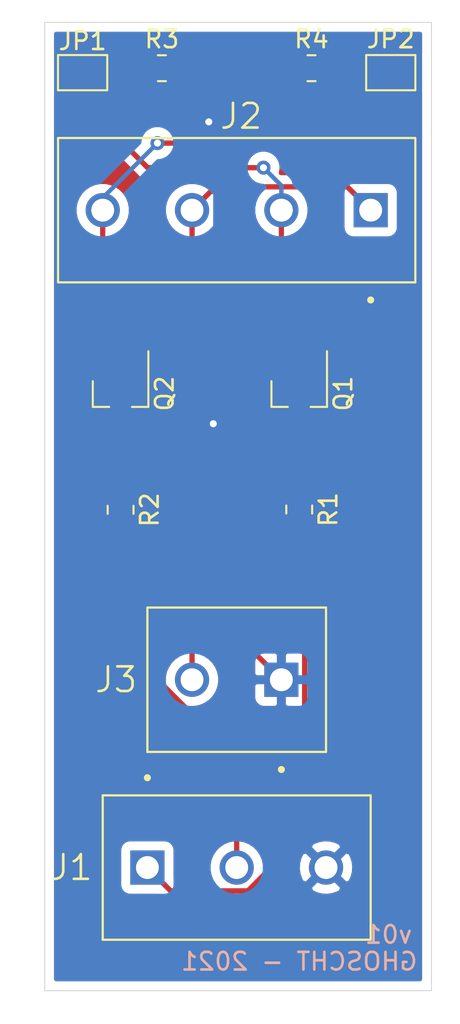
<source format=kicad_pcb>
(kicad_pcb (version 20171130) (host pcbnew "(5.1.10)-1")

  (general
    (thickness 1.6)
    (drawings 6)
    (tracks 48)
    (zones 0)
    (modules 11)
    (nets 11)
  )

  (page A4)
  (title_block
    (title "LED Module")
    (date 2021-08-19)
    (rev v01)
    (comment 4 "Author: GHOSCHT")
  )

  (layers
    (0 F.Cu signal)
    (31 B.Cu signal)
    (32 B.Adhes user)
    (33 F.Adhes user)
    (34 B.Paste user)
    (35 F.Paste user)
    (36 B.SilkS user)
    (37 F.SilkS user)
    (38 B.Mask user)
    (39 F.Mask user)
    (40 Dwgs.User user)
    (41 Cmts.User user)
    (42 Eco1.User user)
    (43 Eco2.User user)
    (44 Edge.Cuts user)
    (45 Margin user)
    (46 B.CrtYd user)
    (47 F.CrtYd user)
    (48 B.Fab user)
    (49 F.Fab user)
  )

  (setup
    (last_trace_width 0.25)
    (user_trace_width 0.3)
    (trace_clearance 0.2)
    (zone_clearance 0.508)
    (zone_45_only no)
    (trace_min 0.2)
    (via_size 0.8)
    (via_drill 0.4)
    (via_min_size 0.4)
    (via_min_drill 0.3)
    (uvia_size 0.3)
    (uvia_drill 0.1)
    (uvias_allowed no)
    (uvia_min_size 0.2)
    (uvia_min_drill 0.1)
    (edge_width 0.05)
    (segment_width 0.2)
    (pcb_text_width 0.3)
    (pcb_text_size 1.5 1.5)
    (mod_edge_width 0.12)
    (mod_text_size 1 1)
    (mod_text_width 0.15)
    (pad_size 1.524 1.524)
    (pad_drill 0.762)
    (pad_to_mask_clearance 0)
    (aux_axis_origin 0 0)
    (visible_elements 7FFFFFFF)
    (pcbplotparams
      (layerselection 0x010fc_ffffffff)
      (usegerberextensions true)
      (usegerberattributes true)
      (usegerberadvancedattributes true)
      (creategerberjobfile true)
      (excludeedgelayer true)
      (linewidth 0.100000)
      (plotframeref false)
      (viasonmask false)
      (mode 1)
      (useauxorigin false)
      (hpglpennumber 1)
      (hpglpenspeed 20)
      (hpglpendiameter 15.000000)
      (psnegative false)
      (psa4output false)
      (plotreference true)
      (plotvalue false)
      (plotinvisibletext false)
      (padsonsilk false)
      (subtractmaskfromsilk true)
      (outputformat 1)
      (mirror false)
      (drillshape 0)
      (scaleselection 1)
      (outputdirectory "Gerber/"))
  )

  (net 0 "")
  (net 1 "Net-(Q1-Pad1)")
  (net 2 "Net-(Q2-Pad1)")
  (net 3 SIG1)
  (net 4 SIG2)
  (net 5 GND)
  (net 6 VCC)
  (net 7 LED1N)
  (net 8 LED2N)
  (net 9 "Net-(JP1-Pad2)")
  (net 10 "Net-(JP2-Pad2)")

  (net_class Default "This is the default net class."
    (clearance 0.2)
    (trace_width 0.25)
    (via_dia 0.8)
    (via_drill 0.4)
    (uvia_dia 0.3)
    (uvia_drill 0.1)
    (add_net GND)
    (add_net LED1N)
    (add_net LED2N)
    (add_net "Net-(JP1-Pad2)")
    (add_net "Net-(JP2-Pad2)")
    (add_net "Net-(Q1-Pad1)")
    (add_net "Net-(Q2-Pad1)")
    (add_net SIG1)
    (add_net SIG2)
    (add_net VCC)
  )

  (module CUI_TB006-508-03BE:CUI_TB006-508-03BE (layer F.Cu) (tedit 6113F46A) (tstamp 611C5DC1)
    (at 142.494 94.742)
    (path /611C0292)
    (fp_text reference J1 (at -4.318 0) (layer F.SilkS)
      (effects (font (size 1.4 1.4) (thickness 0.15)))
    )
    (fp_text value Screw_Terminal_01x03 (at 4.826 5.842) (layer F.Fab)
      (effects (font (size 1.4 1.4) (thickness 0.15)))
    )
    (fp_line (start -2.54 4.1) (end -2.54 -4.1) (layer F.Fab) (width 0.127))
    (fp_line (start -2.54 -4.1) (end 12.7 -4.1) (layer F.Fab) (width 0.127))
    (fp_line (start 12.7 -4.1) (end 12.7 4.1) (layer F.Fab) (width 0.127))
    (fp_line (start 12.7 4.1) (end -2.54 4.1) (layer F.Fab) (width 0.127))
    (fp_line (start -2.54 4.1) (end -2.54 -4.1) (layer F.SilkS) (width 0.127))
    (fp_line (start 12.7 -4.1) (end 12.7 4.1) (layer F.SilkS) (width 0.127))
    (fp_line (start -2.54 -4.1) (end 12.7 -4.1) (layer F.SilkS) (width 0.127))
    (fp_line (start 12.7 4.1) (end -2.54 4.1) (layer F.SilkS) (width 0.127))
    (fp_line (start -2.79 -4.35) (end 12.95 -4.35) (layer F.CrtYd) (width 0.05))
    (fp_line (start 12.95 4.35) (end -2.79 4.35) (layer F.CrtYd) (width 0.05))
    (fp_line (start -2.79 4.35) (end -2.79 -4.35) (layer F.CrtYd) (width 0.05))
    (fp_line (start 12.95 -4.35) (end 12.95 4.35) (layer F.CrtYd) (width 0.05))
    (fp_circle (center 0 -5.1) (end 0.1 -5.1) (layer F.SilkS) (width 0.2))
    (fp_circle (center 0 -5.1) (end 0.1 -5.1) (layer F.Fab) (width 0.2))
    (pad 1 thru_hole rect (at 0 0) (size 1.95 1.95) (drill 1.3) (layers *.Cu *.Mask)
      (net 3 SIG1))
    (pad 2 thru_hole circle (at 5.08 0) (size 1.95 1.95) (drill 1.3) (layers *.Cu *.Mask)
      (net 4 SIG2))
    (pad 3 thru_hole circle (at 10.16 0) (size 1.95 1.95) (drill 1.3) (layers *.Cu *.Mask)
      (net 5 GND))
    (model ${KIPRJMOD}/Libraries/CUI_TB006-508-03BE.models/TB006-508-03BE.step
      (at (xyz 0 0 0))
      (scale (xyz 1 1 1))
      (rotate (xyz -90 0 0))
    )
  )

  (module CUI_TB006-508-04BE:CUI_TB006-508-04BE (layer F.Cu) (tedit 611C0388) (tstamp 611C611E)
    (at 155.194 57.404 180)
    (path /611C148E)
    (fp_text reference J2 (at 7.366 5.334) (layer F.SilkS)
      (effects (font (size 1.4 1.4) (thickness 0.15)))
    )
    (fp_text value Screw_Terminal_01x04 (at 7.62 -5.08) (layer F.Fab)
      (effects (font (size 1.4 1.4) (thickness 0.15)))
    )
    (fp_circle (center 0 -5.1) (end 0.1 -5.1) (layer F.Fab) (width 0.2))
    (fp_circle (center 0 -5.1) (end 0.1 -5.1) (layer F.SilkS) (width 0.2))
    (fp_line (start 18.03 -4.35) (end 18.03 4.35) (layer F.CrtYd) (width 0.05))
    (fp_line (start -2.79 4.35) (end -2.79 -4.35) (layer F.CrtYd) (width 0.05))
    (fp_line (start 18.03 4.35) (end -2.79 4.35) (layer F.CrtYd) (width 0.05))
    (fp_line (start -2.79 -4.35) (end 18.03 -4.35) (layer F.CrtYd) (width 0.05))
    (fp_line (start 17.78 4.1) (end -2.54 4.1) (layer F.SilkS) (width 0.127))
    (fp_line (start -2.54 -4.1) (end 17.78 -4.1) (layer F.SilkS) (width 0.127))
    (fp_line (start 17.78 -4.1) (end 17.78 4.1) (layer F.SilkS) (width 0.127))
    (fp_line (start -2.54 4.1) (end -2.54 -4.1) (layer F.SilkS) (width 0.127))
    (fp_line (start 17.78 4.1) (end -2.54 4.1) (layer F.Fab) (width 0.127))
    (fp_line (start 17.78 -4.1) (end 17.78 4.1) (layer F.Fab) (width 0.127))
    (fp_line (start -2.54 -4.1) (end 17.78 -4.1) (layer F.Fab) (width 0.127))
    (fp_line (start -2.54 4.1) (end -2.54 -4.1) (layer F.Fab) (width 0.127))
    (pad 1 thru_hole rect (at 0 0 180) (size 1.95 1.95) (drill 1.3) (layers *.Cu *.Mask)
      (net 6 VCC))
    (pad 2 thru_hole circle (at 5.08 0 180) (size 1.95 1.95) (drill 1.3) (layers *.Cu *.Mask)
      (net 7 LED1N))
    (pad 3 thru_hole circle (at 10.16 0 180) (size 1.95 1.95) (drill 1.3) (layers *.Cu *.Mask)
      (net 6 VCC))
    (pad 4 thru_hole circle (at 15.24 0 180) (size 1.95 1.95) (drill 1.3) (layers *.Cu *.Mask)
      (net 8 LED2N))
    (model ${KIPRJMOD}/Libraries/CUI_TB006-508-04BE.models/CUI_DEVICES_TB006-508-04BE.step
      (offset (xyz 20.4 4 0))
      (scale (xyz 1 1 1))
      (rotate (xyz -90 0 90))
    )
  )

  (module Package_TO_SOT_SMD:SOT-23_Handsoldering (layer F.Cu) (tedit 5A0AB76C) (tstamp 611C6428)
    (at 151.13 67.818 270)
    (descr "SOT-23, Handsoldering")
    (tags SOT-23)
    (path /611C28DF)
    (attr smd)
    (fp_text reference Q1 (at 0 -2.5 90) (layer F.SilkS)
      (effects (font (size 1 1) (thickness 0.15)))
    )
    (fp_text value Q_NPN_BCE (at 0 2.5 90) (layer F.Fab)
      (effects (font (size 1 1) (thickness 0.15)))
    )
    (fp_line (start 0.76 1.58) (end -0.7 1.58) (layer F.SilkS) (width 0.12))
    (fp_line (start -0.7 1.52) (end 0.7 1.52) (layer F.Fab) (width 0.1))
    (fp_line (start 0.7 -1.52) (end 0.7 1.52) (layer F.Fab) (width 0.1))
    (fp_line (start -0.7 -0.95) (end -0.15 -1.52) (layer F.Fab) (width 0.1))
    (fp_line (start -0.15 -1.52) (end 0.7 -1.52) (layer F.Fab) (width 0.1))
    (fp_line (start -0.7 -0.95) (end -0.7 1.5) (layer F.Fab) (width 0.1))
    (fp_line (start 0.76 -1.58) (end -2.4 -1.58) (layer F.SilkS) (width 0.12))
    (fp_line (start -2.7 1.75) (end -2.7 -1.75) (layer F.CrtYd) (width 0.05))
    (fp_line (start 2.7 1.75) (end -2.7 1.75) (layer F.CrtYd) (width 0.05))
    (fp_line (start 2.7 -1.75) (end 2.7 1.75) (layer F.CrtYd) (width 0.05))
    (fp_line (start -2.7 -1.75) (end 2.7 -1.75) (layer F.CrtYd) (width 0.05))
    (fp_line (start 0.76 -1.58) (end 0.76 -0.65) (layer F.SilkS) (width 0.12))
    (fp_line (start 0.76 1.58) (end 0.76 0.65) (layer F.SilkS) (width 0.12))
    (fp_text user %R (at 0 0) (layer F.Fab)
      (effects (font (size 0.5 0.5) (thickness 0.075)))
    )
    (pad 1 smd rect (at -1.5 -0.95 270) (size 1.9 0.8) (layers F.Cu F.Paste F.Mask)
      (net 1 "Net-(Q1-Pad1)"))
    (pad 2 smd rect (at -1.5 0.95 270) (size 1.9 0.8) (layers F.Cu F.Paste F.Mask)
      (net 7 LED1N))
    (pad 3 smd rect (at 1.5 0 270) (size 1.9 0.8) (layers F.Cu F.Paste F.Mask)
      (net 5 GND))
    (model ${KISYS3DMOD}/Package_TO_SOT_SMD.3dshapes/SOT-23.wrl
      (at (xyz 0 0 0))
      (scale (xyz 1 1 1))
      (rotate (xyz 0 0 0))
    )
  )

  (module Package_TO_SOT_SMD:SOT-23_Handsoldering (layer F.Cu) (tedit 5A0AB76C) (tstamp 611C643D)
    (at 140.97 67.818 270)
    (descr "SOT-23, Handsoldering")
    (tags SOT-23)
    (path /611C3B1E)
    (attr smd)
    (fp_text reference Q2 (at 0 -2.5 90) (layer F.SilkS)
      (effects (font (size 1 1) (thickness 0.15)))
    )
    (fp_text value Q_NPN_BCE (at 0 2.5 90) (layer F.Fab)
      (effects (font (size 1 1) (thickness 0.15)))
    )
    (fp_line (start 0.76 1.58) (end 0.76 0.65) (layer F.SilkS) (width 0.12))
    (fp_line (start 0.76 -1.58) (end 0.76 -0.65) (layer F.SilkS) (width 0.12))
    (fp_line (start -2.7 -1.75) (end 2.7 -1.75) (layer F.CrtYd) (width 0.05))
    (fp_line (start 2.7 -1.75) (end 2.7 1.75) (layer F.CrtYd) (width 0.05))
    (fp_line (start 2.7 1.75) (end -2.7 1.75) (layer F.CrtYd) (width 0.05))
    (fp_line (start -2.7 1.75) (end -2.7 -1.75) (layer F.CrtYd) (width 0.05))
    (fp_line (start 0.76 -1.58) (end -2.4 -1.58) (layer F.SilkS) (width 0.12))
    (fp_line (start -0.7 -0.95) (end -0.7 1.5) (layer F.Fab) (width 0.1))
    (fp_line (start -0.15 -1.52) (end 0.7 -1.52) (layer F.Fab) (width 0.1))
    (fp_line (start -0.7 -0.95) (end -0.15 -1.52) (layer F.Fab) (width 0.1))
    (fp_line (start 0.7 -1.52) (end 0.7 1.52) (layer F.Fab) (width 0.1))
    (fp_line (start -0.7 1.52) (end 0.7 1.52) (layer F.Fab) (width 0.1))
    (fp_line (start 0.76 1.58) (end -0.7 1.58) (layer F.SilkS) (width 0.12))
    (fp_text user %R (at 0 0) (layer F.Fab)
      (effects (font (size 0.5 0.5) (thickness 0.075)))
    )
    (pad 3 smd rect (at 1.5 0 270) (size 1.9 0.8) (layers F.Cu F.Paste F.Mask)
      (net 5 GND))
    (pad 2 smd rect (at -1.5 0.95 270) (size 1.9 0.8) (layers F.Cu F.Paste F.Mask)
      (net 8 LED2N))
    (pad 1 smd rect (at -1.5 -0.95 270) (size 1.9 0.8) (layers F.Cu F.Paste F.Mask)
      (net 2 "Net-(Q2-Pad1)"))
    (model ${KISYS3DMOD}/Package_TO_SOT_SMD.3dshapes/SOT-23.wrl
      (at (xyz 0 0 0))
      (scale (xyz 1 1 1))
      (rotate (xyz 0 0 0))
    )
  )

  (module CUI_TB006-508-02BE:CUI_TB006-508-02BE (layer F.Cu) (tedit 611C079C) (tstamp 611C65CD)
    (at 150.114 84.074 180)
    (path /611DE627)
    (fp_text reference J3 (at 9.398 0) (layer F.SilkS)
      (effects (font (size 1.4 1.4) (thickness 0.15)))
    )
    (fp_text value Screw_Terminal_01x02 (at 2.54 5.334) (layer F.Fab)
      (effects (font (size 1.4 1.4) (thickness 0.15)))
    )
    (fp_line (start -2.54 4.1) (end -2.54 -4.1) (layer F.Fab) (width 0.127))
    (fp_line (start -2.54 -4.1) (end 7.62 -4.1) (layer F.Fab) (width 0.127))
    (fp_line (start 7.62 -4.1) (end 7.62 4.1) (layer F.Fab) (width 0.127))
    (fp_line (start 7.62 4.1) (end -2.54 4.1) (layer F.Fab) (width 0.127))
    (fp_line (start -2.54 4.1) (end -2.54 -4.1) (layer F.SilkS) (width 0.127))
    (fp_line (start 7.62 -4.1) (end 7.62 4.1) (layer F.SilkS) (width 0.127))
    (fp_line (start -2.54 -4.1) (end 7.62 -4.1) (layer F.SilkS) (width 0.127))
    (fp_line (start 7.62 4.1) (end -2.54 4.1) (layer F.SilkS) (width 0.127))
    (fp_line (start -2.79 -4.35) (end 7.87 -4.35) (layer F.CrtYd) (width 0.05))
    (fp_line (start 7.87 4.35) (end -2.79 4.35) (layer F.CrtYd) (width 0.05))
    (fp_line (start -2.79 4.35) (end -2.79 -4.35) (layer F.CrtYd) (width 0.05))
    (fp_line (start 7.87 -4.35) (end 7.87 4.35) (layer F.CrtYd) (width 0.05))
    (fp_circle (center 0 -5.1) (end 0.1 -5.1) (layer F.SilkS) (width 0.2))
    (fp_circle (center 0 -5.1) (end 0.1 -5.1) (layer F.Fab) (width 0.2))
    (pad 1 thru_hole rect (at 0 0 180) (size 1.95 1.95) (drill 1.3) (layers *.Cu *.Mask)
      (net 5 GND))
    (pad 2 thru_hole circle (at 5.08 0 180) (size 1.95 1.95) (drill 1.3) (layers *.Cu *.Mask)
      (net 6 VCC))
    (model ${KIPRJMOD}/Libraries/CUI_TB006-508-02BE.models/CUI_DEVICES_TB006-508-02BE.step
      (offset (xyz 10.15 4.1 0))
      (scale (xyz 1 1 1))
      (rotate (xyz -90 0 90))
    )
  )

  (module Resistor_SMD:R_0805_2012Metric_Pad1.20x1.40mm_HandSolder (layer F.Cu) (tedit 5F68FEEE) (tstamp 611F11E0)
    (at 151.13 74.406 270)
    (descr "Resistor SMD 0805 (2012 Metric), square (rectangular) end terminal, IPC_7351 nominal with elongated pad for handsoldering. (Body size source: IPC-SM-782 page 72, https://www.pcb-3d.com/wordpress/wp-content/uploads/ipc-sm-782a_amendment_1_and_2.pdf), generated with kicad-footprint-generator")
    (tags "resistor handsolder")
    (path /611DFF5B)
    (attr smd)
    (fp_text reference R1 (at 0 -1.65 90) (layer F.SilkS)
      (effects (font (size 1 1) (thickness 0.15)))
    )
    (fp_text value 470 (at 0 1.65 90) (layer F.Fab)
      (effects (font (size 1 1) (thickness 0.15)))
    )
    (fp_line (start -1 0.625) (end -1 -0.625) (layer F.Fab) (width 0.1))
    (fp_line (start -1 -0.625) (end 1 -0.625) (layer F.Fab) (width 0.1))
    (fp_line (start 1 -0.625) (end 1 0.625) (layer F.Fab) (width 0.1))
    (fp_line (start 1 0.625) (end -1 0.625) (layer F.Fab) (width 0.1))
    (fp_line (start -0.227064 -0.735) (end 0.227064 -0.735) (layer F.SilkS) (width 0.12))
    (fp_line (start -0.227064 0.735) (end 0.227064 0.735) (layer F.SilkS) (width 0.12))
    (fp_line (start -1.85 0.95) (end -1.85 -0.95) (layer F.CrtYd) (width 0.05))
    (fp_line (start -1.85 -0.95) (end 1.85 -0.95) (layer F.CrtYd) (width 0.05))
    (fp_line (start 1.85 -0.95) (end 1.85 0.95) (layer F.CrtYd) (width 0.05))
    (fp_line (start 1.85 0.95) (end -1.85 0.95) (layer F.CrtYd) (width 0.05))
    (fp_text user %R (at 0 0 90) (layer F.Fab)
      (effects (font (size 0.5 0.5) (thickness 0.08)))
    )
    (pad 1 smd roundrect (at -1 0 270) (size 1.2 1.4) (layers F.Cu F.Paste F.Mask) (roundrect_rratio 0.2083325)
      (net 1 "Net-(Q1-Pad1)"))
    (pad 2 smd roundrect (at 1 0 270) (size 1.2 1.4) (layers F.Cu F.Paste F.Mask) (roundrect_rratio 0.2083325)
      (net 3 SIG1))
    (model ${KISYS3DMOD}/Resistor_SMD.3dshapes/R_0805_2012Metric.wrl
      (at (xyz 0 0 0))
      (scale (xyz 1 1 1))
      (rotate (xyz 0 0 0))
    )
  )

  (module Resistor_SMD:R_0805_2012Metric_Pad1.20x1.40mm_HandSolder (layer F.Cu) (tedit 5F68FEEE) (tstamp 611C65EF)
    (at 140.97 74.422 270)
    (descr "Resistor SMD 0805 (2012 Metric), square (rectangular) end terminal, IPC_7351 nominal with elongated pad for handsoldering. (Body size source: IPC-SM-782 page 72, https://www.pcb-3d.com/wordpress/wp-content/uploads/ipc-sm-782a_amendment_1_and_2.pdf), generated with kicad-footprint-generator")
    (tags "resistor handsolder")
    (path /611E2082)
    (attr smd)
    (fp_text reference R2 (at 0 -1.65 90) (layer F.SilkS)
      (effects (font (size 1 1) (thickness 0.15)))
    )
    (fp_text value 470 (at 0 1.65 90) (layer F.Fab)
      (effects (font (size 1 1) (thickness 0.15)))
    )
    (fp_line (start 1.85 0.95) (end -1.85 0.95) (layer F.CrtYd) (width 0.05))
    (fp_line (start 1.85 -0.95) (end 1.85 0.95) (layer F.CrtYd) (width 0.05))
    (fp_line (start -1.85 -0.95) (end 1.85 -0.95) (layer F.CrtYd) (width 0.05))
    (fp_line (start -1.85 0.95) (end -1.85 -0.95) (layer F.CrtYd) (width 0.05))
    (fp_line (start -0.227064 0.735) (end 0.227064 0.735) (layer F.SilkS) (width 0.12))
    (fp_line (start -0.227064 -0.735) (end 0.227064 -0.735) (layer F.SilkS) (width 0.12))
    (fp_line (start 1 0.625) (end -1 0.625) (layer F.Fab) (width 0.1))
    (fp_line (start 1 -0.625) (end 1 0.625) (layer F.Fab) (width 0.1))
    (fp_line (start -1 -0.625) (end 1 -0.625) (layer F.Fab) (width 0.1))
    (fp_line (start -1 0.625) (end -1 -0.625) (layer F.Fab) (width 0.1))
    (fp_text user %R (at 0 0 90) (layer F.Fab)
      (effects (font (size 0.5 0.5) (thickness 0.08)))
    )
    (pad 2 smd roundrect (at 1 0 270) (size 1.2 1.4) (layers F.Cu F.Paste F.Mask) (roundrect_rratio 0.2083325)
      (net 4 SIG2))
    (pad 1 smd roundrect (at -1 0 270) (size 1.2 1.4) (layers F.Cu F.Paste F.Mask) (roundrect_rratio 0.2083325)
      (net 2 "Net-(Q2-Pad1)"))
    (model ${KISYS3DMOD}/Resistor_SMD.3dshapes/R_0805_2012Metric.wrl
      (at (xyz 0 0 0))
      (scale (xyz 1 1 1))
      (rotate (xyz 0 0 0))
    )
  )

  (module Jumper:SolderJumper-2_P1.3mm_Open_Pad1.0x1.5mm (layer F.Cu) (tedit 5A3EABFC) (tstamp 611F45AD)
    (at 138.811 49.5935)
    (descr "SMD Solder Jumper, 1x1.5mm Pads, 0.3mm gap, open")
    (tags "solder jumper open")
    (path /611EF295)
    (attr virtual)
    (fp_text reference JP1 (at 0 -1.8) (layer F.SilkS)
      (effects (font (size 1 1) (thickness 0.15)))
    )
    (fp_text value Jumper (at 0 1.9) (layer F.Fab)
      (effects (font (size 1 1) (thickness 0.15)))
    )
    (fp_line (start 1.65 1.25) (end -1.65 1.25) (layer F.CrtYd) (width 0.05))
    (fp_line (start 1.65 1.25) (end 1.65 -1.25) (layer F.CrtYd) (width 0.05))
    (fp_line (start -1.65 -1.25) (end -1.65 1.25) (layer F.CrtYd) (width 0.05))
    (fp_line (start -1.65 -1.25) (end 1.65 -1.25) (layer F.CrtYd) (width 0.05))
    (fp_line (start -1.4 -1) (end 1.4 -1) (layer F.SilkS) (width 0.12))
    (fp_line (start 1.4 -1) (end 1.4 1) (layer F.SilkS) (width 0.12))
    (fp_line (start 1.4 1) (end -1.4 1) (layer F.SilkS) (width 0.12))
    (fp_line (start -1.4 1) (end -1.4 -1) (layer F.SilkS) (width 0.12))
    (pad 2 smd rect (at 0.65 0) (size 1 1.5) (layers F.Cu F.Mask)
      (net 9 "Net-(JP1-Pad2)"))
    (pad 1 smd rect (at -0.65 0) (size 1 1.5) (layers F.Cu F.Mask)
      (net 7 LED1N))
  )

  (module Jumper:SolderJumper-2_P1.3mm_Open_Pad1.0x1.5mm (layer F.Cu) (tedit 5A3EABFC) (tstamp 61239CDF)
    (at 156.337 49.5935 180)
    (descr "SMD Solder Jumper, 1x1.5mm Pads, 0.3mm gap, open")
    (tags "solder jumper open")
    (path /611F131A)
    (attr virtual)
    (fp_text reference JP2 (at 0 1.905) (layer F.SilkS)
      (effects (font (size 1 1) (thickness 0.15)))
    )
    (fp_text value Jumper (at 0 -1.905) (layer F.Fab)
      (effects (font (size 1 1) (thickness 0.15)))
    )
    (fp_line (start -1.4 1) (end -1.4 -1) (layer F.SilkS) (width 0.12))
    (fp_line (start 1.4 1) (end -1.4 1) (layer F.SilkS) (width 0.12))
    (fp_line (start 1.4 -1) (end 1.4 1) (layer F.SilkS) (width 0.12))
    (fp_line (start -1.4 -1) (end 1.4 -1) (layer F.SilkS) (width 0.12))
    (fp_line (start -1.65 -1.25) (end 1.65 -1.25) (layer F.CrtYd) (width 0.05))
    (fp_line (start -1.65 -1.25) (end -1.65 1.25) (layer F.CrtYd) (width 0.05))
    (fp_line (start 1.65 1.25) (end 1.65 -1.25) (layer F.CrtYd) (width 0.05))
    (fp_line (start 1.65 1.25) (end -1.65 1.25) (layer F.CrtYd) (width 0.05))
    (pad 1 smd rect (at -0.65 0 180) (size 1 1.5) (layers F.Cu F.Mask)
      (net 8 LED2N))
    (pad 2 smd rect (at 0.65 0 180) (size 1 1.5) (layers F.Cu F.Mask)
      (net 10 "Net-(JP2-Pad2)"))
  )

  (module Resistor_SMD:R_0805_2012Metric_Pad1.20x1.40mm_HandSolder (layer F.Cu) (tedit 5F68FEEE) (tstamp 611F45CC)
    (at 143.3195 49.3395)
    (descr "Resistor SMD 0805 (2012 Metric), square (rectangular) end terminal, IPC_7351 nominal with elongated pad for handsoldering. (Body size source: IPC-SM-782 page 72, https://www.pcb-3d.com/wordpress/wp-content/uploads/ipc-sm-782a_amendment_1_and_2.pdf), generated with kicad-footprint-generator")
    (tags "resistor handsolder")
    (path /611F381A)
    (attr smd)
    (fp_text reference R3 (at 0 -1.65) (layer F.SilkS)
      (effects (font (size 1 1) (thickness 0.15)))
    )
    (fp_text value 10k (at 0 1.65) (layer F.Fab)
      (effects (font (size 1 1) (thickness 0.15)))
    )
    (fp_line (start 1.85 0.95) (end -1.85 0.95) (layer F.CrtYd) (width 0.05))
    (fp_line (start 1.85 -0.95) (end 1.85 0.95) (layer F.CrtYd) (width 0.05))
    (fp_line (start -1.85 -0.95) (end 1.85 -0.95) (layer F.CrtYd) (width 0.05))
    (fp_line (start -1.85 0.95) (end -1.85 -0.95) (layer F.CrtYd) (width 0.05))
    (fp_line (start -0.227064 0.735) (end 0.227064 0.735) (layer F.SilkS) (width 0.12))
    (fp_line (start -0.227064 -0.735) (end 0.227064 -0.735) (layer F.SilkS) (width 0.12))
    (fp_line (start 1 0.625) (end -1 0.625) (layer F.Fab) (width 0.1))
    (fp_line (start 1 -0.625) (end 1 0.625) (layer F.Fab) (width 0.1))
    (fp_line (start -1 -0.625) (end 1 -0.625) (layer F.Fab) (width 0.1))
    (fp_line (start -1 0.625) (end -1 -0.625) (layer F.Fab) (width 0.1))
    (fp_text user %R (at 0 0) (layer F.Fab)
      (effects (font (size 0.5 0.5) (thickness 0.08)))
    )
    (pad 1 smd roundrect (at -1 0) (size 1.2 1.4) (layers F.Cu F.Paste F.Mask) (roundrect_rratio 0.2083325)
      (net 9 "Net-(JP1-Pad2)"))
    (pad 2 smd roundrect (at 1 0) (size 1.2 1.4) (layers F.Cu F.Paste F.Mask) (roundrect_rratio 0.2083325)
      (net 5 GND))
    (model ${KISYS3DMOD}/Resistor_SMD.3dshapes/R_0805_2012Metric.wrl
      (at (xyz 0 0 0))
      (scale (xyz 1 1 1))
      (rotate (xyz 0 0 0))
    )
  )

  (module Resistor_SMD:R_0805_2012Metric_Pad1.20x1.40mm_HandSolder (layer F.Cu) (tedit 5F68FEEE) (tstamp 611F45DD)
    (at 151.8285 49.3395)
    (descr "Resistor SMD 0805 (2012 Metric), square (rectangular) end terminal, IPC_7351 nominal with elongated pad for handsoldering. (Body size source: IPC-SM-782 page 72, https://www.pcb-3d.com/wordpress/wp-content/uploads/ipc-sm-782a_amendment_1_and_2.pdf), generated with kicad-footprint-generator")
    (tags "resistor handsolder")
    (path /611F53B7)
    (attr smd)
    (fp_text reference R4 (at 0 -1.65) (layer F.SilkS)
      (effects (font (size 1 1) (thickness 0.15)))
    )
    (fp_text value 10k (at 0 1.65) (layer F.Fab)
      (effects (font (size 1 1) (thickness 0.15)))
    )
    (fp_line (start -1 0.625) (end -1 -0.625) (layer F.Fab) (width 0.1))
    (fp_line (start -1 -0.625) (end 1 -0.625) (layer F.Fab) (width 0.1))
    (fp_line (start 1 -0.625) (end 1 0.625) (layer F.Fab) (width 0.1))
    (fp_line (start 1 0.625) (end -1 0.625) (layer F.Fab) (width 0.1))
    (fp_line (start -0.227064 -0.735) (end 0.227064 -0.735) (layer F.SilkS) (width 0.12))
    (fp_line (start -0.227064 0.735) (end 0.227064 0.735) (layer F.SilkS) (width 0.12))
    (fp_line (start -1.85 0.95) (end -1.85 -0.95) (layer F.CrtYd) (width 0.05))
    (fp_line (start -1.85 -0.95) (end 1.85 -0.95) (layer F.CrtYd) (width 0.05))
    (fp_line (start 1.85 -0.95) (end 1.85 0.95) (layer F.CrtYd) (width 0.05))
    (fp_line (start 1.85 0.95) (end -1.85 0.95) (layer F.CrtYd) (width 0.05))
    (fp_text user %R (at 0 0) (layer F.Fab)
      (effects (font (size 0.5 0.5) (thickness 0.08)))
    )
    (pad 2 smd roundrect (at 1 0) (size 1.2 1.4) (layers F.Cu F.Paste F.Mask) (roundrect_rratio 0.2083325)
      (net 10 "Net-(JP2-Pad2)"))
    (pad 1 smd roundrect (at -1 0) (size 1.2 1.4) (layers F.Cu F.Paste F.Mask) (roundrect_rratio 0.2083325)
      (net 5 GND))
    (model ${KISYS3DMOD}/Resistor_SMD.3dshapes/R_0805_2012Metric.wrl
      (at (xyz 0 0 0))
      (scale (xyz 1 1 1))
      (rotate (xyz 0 0 0))
    )
  )

  (gr_text "GHOSCHT - 2021" (at 151.13 100.076) (layer B.SilkS) (tstamp 611F14EE)
    (effects (font (size 1 1) (thickness 0.15)) (justify mirror))
  )
  (gr_text v01 (at 156.21 98.552) (layer B.SilkS)
    (effects (font (size 1 1) (thickness 0.15)) (justify mirror))
  )
  (gr_line (start 136.652 101.736) (end 158.652 101.736) (layer Edge.Cuts) (width 0.05) (tstamp 611F0E3F))
  (gr_line (start 158.652 46.736) (end 158.652 101.736) (layer Edge.Cuts) (width 0.05) (tstamp 611F0E39))
  (gr_line (start 136.652 46.736) (end 136.652 101.736) (layer Edge.Cuts) (width 0.05))
  (gr_line (start 136.652 46.736) (end 158.652 46.736) (layer Edge.Cuts) (width 0.05))

  (segment (start 152.08 72.456) (end 151.13 73.406) (width 0.3) (layer F.Cu) (net 1))
  (segment (start 152.08 66.318) (end 152.08 72.456) (width 0.3) (layer F.Cu) (net 1))
  (segment (start 141.92 72.472) (end 140.97 73.422) (width 0.3) (layer F.Cu) (net 2))
  (segment (start 141.92 66.318) (end 141.92 72.472) (width 0.3) (layer F.Cu) (net 2))
  (segment (start 151.439001 75.715001) (end 151.13 75.406) (width 0.3) (layer F.Cu) (net 3))
  (segment (start 151.439001 92.838001) (end 151.439001 75.715001) (width 0.3) (layer F.Cu) (net 3))
  (segment (start 143.819001 96.067001) (end 148.210001 96.067001) (width 0.3) (layer F.Cu) (net 3))
  (segment (start 148.210001 96.067001) (end 151.439001 92.838001) (width 0.3) (layer F.Cu) (net 3))
  (segment (start 142.494 94.742) (end 143.819001 96.067001) (width 0.3) (layer F.Cu) (net 3))
  (segment (start 147.574 88.575002) (end 147.574 94.742) (width 0.3) (layer F.Cu) (net 4))
  (segment (start 140.97 81.971002) (end 147.574 88.575002) (width 0.3) (layer F.Cu) (net 4))
  (segment (start 140.97 75.422) (end 140.97 81.971002) (width 0.3) (layer F.Cu) (net 4))
  (segment (start 144.3195 49.3395) (end 150.8285 49.3395) (width 0.3) (layer F.Cu) (net 5))
  (via (at 145.9865 52.3875) (size 0.8) (drill 0.4) (layers F.Cu B.Cu) (net 5))
  (segment (start 149.0345 49.3395) (end 145.9865 52.3875) (width 0.3) (layer F.Cu) (net 5))
  (segment (start 150.8285 49.3395) (end 149.0345 49.3395) (width 0.25) (layer F.Cu) (net 5))
  (via (at 146.2405 69.5325) (size 0.8) (drill 0.4) (layers F.Cu B.Cu) (net 5))
  (segment (start 146.386499 69.386501) (end 146.2405 69.5325) (width 0.25) (layer B.Cu) (net 5))
  (segment (start 146.386499 52.787499) (end 146.386499 69.386501) (width 0.3) (layer B.Cu) (net 5))
  (segment (start 145.9865 52.3875) (end 146.386499 52.787499) (width 0.3) (layer B.Cu) (net 5))
  (segment (start 146.2405 80.2005) (end 150.114 84.074) (width 0.3) (layer F.Cu) (net 5))
  (segment (start 146.2405 69.5325) (end 146.2405 80.2005) (width 0.3) (layer F.Cu) (net 5))
  (segment (start 145.034 84.074) (end 145.034 57.404) (width 0.3) (layer F.Cu) (net 6))
  (segment (start 146.359001 56.078999) (end 145.034 57.404) (width 0.3) (layer F.Cu) (net 6))
  (segment (start 153.868999 56.078999) (end 146.359001 56.078999) (width 0.3) (layer F.Cu) (net 6))
  (segment (start 155.194 57.404) (end 153.868999 56.078999) (width 0.3) (layer F.Cu) (net 6))
  (segment (start 150.114 66.252) (end 150.18 66.318) (width 0.3) (layer F.Cu) (net 7))
  (segment (start 150.114 57.404) (end 150.114 66.252) (width 0.3) (layer F.Cu) (net 7))
  (via (at 149.098 54.991) (size 0.8) (drill 0.4) (layers F.Cu B.Cu) (net 7))
  (segment (start 150.114 56.007) (end 150.114 57.404) (width 0.25) (layer B.Cu) (net 7))
  (segment (start 149.098 54.991) (end 150.114 56.007) (width 0.25) (layer B.Cu) (net 7))
  (segment (start 142.5085 54.991) (end 138.161 50.6435) (width 0.3) (layer F.Cu) (net 7))
  (segment (start 138.161 50.6435) (end 138.161 49.5935) (width 0.3) (layer F.Cu) (net 7))
  (segment (start 149.098 54.991) (end 142.5085 54.991) (width 0.3) (layer F.Cu) (net 7))
  (segment (start 139.954 66.252) (end 140.02 66.318) (width 0.3) (layer F.Cu) (net 8))
  (segment (start 139.954 57.404) (end 139.954 66.252) (width 0.3) (layer F.Cu) (net 8))
  (via (at 143.0655 53.594) (size 0.8) (drill 0.4) (layers F.Cu B.Cu) (net 8))
  (segment (start 143.129 53.6575) (end 143.0655 53.594) (width 0.25) (layer F.Cu) (net 8))
  (segment (start 139.954 56.7055) (end 139.954 57.404) (width 0.25) (layer B.Cu) (net 8))
  (segment (start 143.0655 53.594) (end 139.954 56.7055) (width 0.25) (layer B.Cu) (net 8))
  (segment (start 156.987 50.6435) (end 156.987 49.5935) (width 0.3) (layer F.Cu) (net 8))
  (segment (start 154.0365 53.594) (end 156.987 50.6435) (width 0.3) (layer F.Cu) (net 8))
  (segment (start 143.0655 53.594) (end 154.0365 53.594) (width 0.3) (layer F.Cu) (net 8))
  (segment (start 142.0655 49.5935) (end 142.3195 49.3395) (width 0.3) (layer F.Cu) (net 9))
  (segment (start 139.461 49.5935) (end 142.0655 49.5935) (width 0.3) (layer F.Cu) (net 9))
  (segment (start 153.0825 49.5935) (end 152.8285 49.3395) (width 0.25) (layer F.Cu) (net 10))
  (segment (start 155.433 49.3395) (end 155.687 49.5935) (width 0.3) (layer F.Cu) (net 10))
  (segment (start 152.8285 49.3395) (end 155.433 49.3395) (width 0.3) (layer F.Cu) (net 10))

  (zone (net 5) (net_name GND) (layer F.Cu) (tstamp 612645D6) (hatch edge 0.508)
    (connect_pads (clearance 0.508))
    (min_thickness 0.254)
    (fill yes (arc_segments 32) (thermal_gap 0.508) (thermal_bridge_width 0.508))
    (polygon
      (pts
        (xy 160.274 103.632) (xy 134.112 103.632) (xy 134.112 45.72) (xy 160.274 45.72)
      )
    )
    (filled_polygon
      (pts
        (xy 157.992001 101.076) (xy 137.312 101.076) (xy 137.312 70.268) (xy 139.931928 70.268) (xy 139.944188 70.392482)
        (xy 139.980498 70.51218) (xy 140.039463 70.622494) (xy 140.118815 70.719185) (xy 140.215506 70.798537) (xy 140.32582 70.857502)
        (xy 140.445518 70.893812) (xy 140.57 70.906072) (xy 140.68425 70.903) (xy 140.843 70.74425) (xy 140.843 69.445)
        (xy 140.09375 69.445) (xy 139.935 69.60375) (xy 139.931928 70.268) (xy 137.312 70.268) (xy 137.312 50.876974)
        (xy 137.41682 50.933002) (xy 137.429681 50.936903) (xy 137.432246 50.945359) (xy 137.505138 51.081732) (xy 137.603236 51.201264)
        (xy 137.63319 51.225847) (xy 141.926158 55.518816) (xy 141.950736 55.548764) (xy 141.980684 55.573342) (xy 141.980687 55.573345)
        (xy 142.010059 55.59745) (xy 142.070267 55.646862) (xy 142.20664 55.719754) (xy 142.320172 55.754194) (xy 142.354612 55.764641)
        (xy 142.36899 55.766057) (xy 142.469939 55.776) (xy 142.469946 55.776) (xy 142.508499 55.779797) (xy 142.547052 55.776)
        (xy 145.551842 55.776) (xy 145.477222 55.85062) (xy 145.192571 55.794) (xy 144.875429 55.794) (xy 144.56438 55.855871)
        (xy 144.271379 55.977237) (xy 144.007685 56.153431) (xy 143.783431 56.377685) (xy 143.607237 56.641379) (xy 143.485871 56.93438)
        (xy 143.424 57.245429) (xy 143.424 57.562571) (xy 143.485871 57.87362) (xy 143.607237 58.166621) (xy 143.783431 58.430315)
        (xy 144.007685 58.654569) (xy 144.249001 58.815811) (xy 144.249 82.66219) (xy 144.007685 82.823431) (xy 143.783431 83.047685)
        (xy 143.607237 83.311379) (xy 143.552553 83.443397) (xy 141.755 81.645845) (xy 141.755 76.593944) (xy 141.759851 76.592472)
        (xy 141.913387 76.510405) (xy 142.047962 76.399962) (xy 142.158405 76.265387) (xy 142.240472 76.111851) (xy 142.291008 75.945255)
        (xy 142.308072 75.772001) (xy 142.308072 75.071999) (xy 142.291008 74.898745) (xy 142.240472 74.732149) (xy 142.158405 74.578613)
        (xy 142.047962 74.444038) (xy 142.021109 74.422) (xy 142.047962 74.399962) (xy 142.158405 74.265387) (xy 142.240472 74.111851)
        (xy 142.291008 73.945255) (xy 142.308072 73.772001) (xy 142.308072 73.194085) (xy 142.44781 73.054347) (xy 142.477764 73.029764)
        (xy 142.575862 72.910233) (xy 142.648754 72.77386) (xy 142.661407 72.732149) (xy 142.693642 72.625887) (xy 142.70102 72.550974)
        (xy 142.705 72.510561) (xy 142.705 72.510556) (xy 142.708797 72.472) (xy 142.705 72.433444) (xy 142.705 67.773501)
        (xy 142.771185 67.719185) (xy 142.850537 67.622494) (xy 142.909502 67.51218) (xy 142.945812 67.392482) (xy 142.958072 67.268)
        (xy 142.958072 65.368) (xy 142.945812 65.243518) (xy 142.909502 65.12382) (xy 142.850537 65.013506) (xy 142.771185 64.916815)
        (xy 142.674494 64.837463) (xy 142.56418 64.778498) (xy 142.444482 64.742188) (xy 142.32 64.729928) (xy 141.52 64.729928)
        (xy 141.395518 64.742188) (xy 141.27582 64.778498) (xy 141.165506 64.837463) (xy 141.068815 64.916815) (xy 140.989463 65.013506)
        (xy 140.97 65.049918) (xy 140.950537 65.013506) (xy 140.871185 64.916815) (xy 140.774494 64.837463) (xy 140.739 64.818491)
        (xy 140.739 58.81581) (xy 140.980315 58.654569) (xy 141.204569 58.430315) (xy 141.380763 58.166621) (xy 141.502129 57.87362)
        (xy 141.564 57.562571) (xy 141.564 57.245429) (xy 141.502129 56.93438) (xy 141.380763 56.641379) (xy 141.204569 56.377685)
        (xy 140.980315 56.153431) (xy 140.716621 55.977237) (xy 140.42362 55.855871) (xy 140.112571 55.794) (xy 139.795429 55.794)
        (xy 139.48438 55.855871) (xy 139.191379 55.977237) (xy 138.927685 56.153431) (xy 138.703431 56.377685) (xy 138.527237 56.641379)
        (xy 138.405871 56.93438) (xy 138.344 57.245429) (xy 138.344 57.562571) (xy 138.405871 57.87362) (xy 138.527237 58.166621)
        (xy 138.703431 58.430315) (xy 138.927685 58.654569) (xy 139.169 58.81581) (xy 139.169001 64.916662) (xy 139.168815 64.916815)
        (xy 139.089463 65.013506) (xy 139.030498 65.12382) (xy 138.994188 65.243518) (xy 138.981928 65.368) (xy 138.981928 67.268)
        (xy 138.994188 67.392482) (xy 139.030498 67.51218) (xy 139.089463 67.622494) (xy 139.168815 67.719185) (xy 139.265506 67.798537)
        (xy 139.37582 67.857502) (xy 139.495518 67.893812) (xy 139.62 67.906072) (xy 140.131905 67.906072) (xy 140.118815 67.916815)
        (xy 140.039463 68.013506) (xy 139.980498 68.12382) (xy 139.944188 68.243518) (xy 139.931928 68.368) (xy 139.935 69.03225)
        (xy 140.09375 69.191) (xy 140.843 69.191) (xy 140.843 67.89175) (xy 140.758393 67.807143) (xy 140.774494 67.798537)
        (xy 140.871185 67.719185) (xy 140.950537 67.622494) (xy 140.97 67.586082) (xy 140.989463 67.622494) (xy 141.068815 67.719185)
        (xy 141.135 67.773502) (xy 141.135 67.85375) (xy 141.097 67.89175) (xy 141.097 69.191) (xy 141.117 69.191)
        (xy 141.117 69.445) (xy 141.097 69.445) (xy 141.097 70.74425) (xy 141.135001 70.782251) (xy 141.135001 72.146842)
        (xy 141.097915 72.183928) (xy 140.519999 72.183928) (xy 140.346745 72.200992) (xy 140.180149 72.251528) (xy 140.026613 72.333595)
        (xy 139.892038 72.444038) (xy 139.781595 72.578613) (xy 139.699528 72.732149) (xy 139.648992 72.898745) (xy 139.631928 73.071999)
        (xy 139.631928 73.772001) (xy 139.648992 73.945255) (xy 139.699528 74.111851) (xy 139.781595 74.265387) (xy 139.892038 74.399962)
        (xy 139.918891 74.422) (xy 139.892038 74.444038) (xy 139.781595 74.578613) (xy 139.699528 74.732149) (xy 139.648992 74.898745)
        (xy 139.631928 75.071999) (xy 139.631928 75.772001) (xy 139.648992 75.945255) (xy 139.699528 76.111851) (xy 139.781595 76.265387)
        (xy 139.892038 76.399962) (xy 140.026613 76.510405) (xy 140.180149 76.592472) (xy 140.185 76.593944) (xy 140.185001 81.932439)
        (xy 140.181203 81.971002) (xy 140.196359 82.124888) (xy 140.241246 82.272861) (xy 140.241247 82.272862) (xy 140.314139 82.409235)
        (xy 140.35469 82.458646) (xy 140.387655 82.498814) (xy 140.387659 82.498818) (xy 140.412237 82.528766) (xy 140.442185 82.553344)
        (xy 146.789 88.90016) (xy 146.789001 93.33019) (xy 146.547685 93.491431) (xy 146.323431 93.715685) (xy 146.147237 93.979379)
        (xy 146.025871 94.27238) (xy 145.964 94.583429) (xy 145.964 94.900571) (xy 146.025871 95.21162) (xy 146.055024 95.282001)
        (xy 144.144159 95.282001) (xy 144.107072 95.244914) (xy 144.107072 93.767) (xy 144.094812 93.642518) (xy 144.058502 93.52282)
        (xy 143.999537 93.412506) (xy 143.920185 93.315815) (xy 143.823494 93.236463) (xy 143.71318 93.177498) (xy 143.593482 93.141188)
        (xy 143.469 93.128928) (xy 141.519 93.128928) (xy 141.394518 93.141188) (xy 141.27482 93.177498) (xy 141.164506 93.236463)
        (xy 141.067815 93.315815) (xy 140.988463 93.412506) (xy 140.929498 93.52282) (xy 140.893188 93.642518) (xy 140.880928 93.767)
        (xy 140.880928 95.717) (xy 140.893188 95.841482) (xy 140.929498 95.96118) (xy 140.988463 96.071494) (xy 141.067815 96.168185)
        (xy 141.164506 96.247537) (xy 141.27482 96.306502) (xy 141.394518 96.342812) (xy 141.519 96.355072) (xy 142.996914 96.355072)
        (xy 143.236659 96.594817) (xy 143.261237 96.624765) (xy 143.291185 96.649343) (xy 143.291188 96.649346) (xy 143.32056 96.673451)
        (xy 143.380768 96.722863) (xy 143.517141 96.795755) (xy 143.630673 96.830195) (xy 143.665113 96.840642) (xy 143.679491 96.842058)
        (xy 143.78044 96.852001) (xy 143.780447 96.852001) (xy 143.819 96.855798) (xy 143.857553 96.852001) (xy 148.171448 96.852001)
        (xy 148.210001 96.855798) (xy 148.248554 96.852001) (xy 148.248562 96.852001) (xy 148.363888 96.840642) (xy 148.511861 96.795755)
        (xy 148.648234 96.722863) (xy 148.767765 96.624765) (xy 148.792348 96.594811) (xy 149.527575 95.859584) (xy 151.716021 95.859584)
        (xy 151.808766 96.121429) (xy 152.09412 96.25982) (xy 152.40099 96.339883) (xy 152.717584 96.35854) (xy 153.031733 96.315074)
        (xy 153.331367 96.211156) (xy 153.499234 96.121429) (xy 153.591979 95.859584) (xy 152.654 94.921605) (xy 151.716021 95.859584)
        (xy 149.527575 95.859584) (xy 151.111873 94.275286) (xy 151.056117 94.48899) (xy 151.03746 94.805584) (xy 151.080926 95.119733)
        (xy 151.184844 95.419367) (xy 151.274571 95.587234) (xy 151.536416 95.679979) (xy 152.474395 94.742) (xy 152.833605 94.742)
        (xy 153.771584 95.679979) (xy 154.033429 95.587234) (xy 154.17182 95.30188) (xy 154.251883 94.99501) (xy 154.27054 94.678416)
        (xy 154.227074 94.364267) (xy 154.123156 94.064633) (xy 154.033429 93.896766) (xy 153.771584 93.804021) (xy 152.833605 94.742)
        (xy 152.474395 94.742) (xy 152.460253 94.727858) (xy 152.639858 94.548253) (xy 152.654 94.562395) (xy 153.591979 93.624416)
        (xy 153.499234 93.362571) (xy 153.21388 93.22418) (xy 152.90701 93.144117) (xy 152.590416 93.12546) (xy 152.276267 93.168926)
        (xy 152.123992 93.221738) (xy 152.167755 93.139861) (xy 152.17014 93.132) (xy 152.212643 92.991888) (xy 152.220021 92.916975)
        (xy 152.224001 92.876562) (xy 152.224001 92.876557) (xy 152.227798 92.838001) (xy 152.224001 92.799445) (xy 152.224001 76.364418)
        (xy 152.318405 76.249387) (xy 152.400472 76.095851) (xy 152.451008 75.929255) (xy 152.468072 75.756001) (xy 152.468072 75.055999)
        (xy 152.451008 74.882745) (xy 152.400472 74.716149) (xy 152.318405 74.562613) (xy 152.207962 74.428038) (xy 152.181109 74.406)
        (xy 152.207962 74.383962) (xy 152.318405 74.249387) (xy 152.400472 74.095851) (xy 152.451008 73.929255) (xy 152.468072 73.756001)
        (xy 152.468072 73.178085) (xy 152.60781 73.038347) (xy 152.637764 73.013764) (xy 152.735862 72.894233) (xy 152.808754 72.75786)
        (xy 152.821407 72.716149) (xy 152.853642 72.609887) (xy 152.863424 72.510561) (xy 152.865 72.494561) (xy 152.865 72.494556)
        (xy 152.868797 72.456) (xy 152.865 72.417444) (xy 152.865 67.773501) (xy 152.931185 67.719185) (xy 153.010537 67.622494)
        (xy 153.069502 67.51218) (xy 153.105812 67.392482) (xy 153.118072 67.268) (xy 153.118072 65.368) (xy 153.105812 65.243518)
        (xy 153.069502 65.12382) (xy 153.010537 65.013506) (xy 152.931185 64.916815) (xy 152.834494 64.837463) (xy 152.72418 64.778498)
        (xy 152.604482 64.742188) (xy 152.48 64.729928) (xy 151.68 64.729928) (xy 151.555518 64.742188) (xy 151.43582 64.778498)
        (xy 151.325506 64.837463) (xy 151.228815 64.916815) (xy 151.149463 65.013506) (xy 151.13 65.049918) (xy 151.110537 65.013506)
        (xy 151.031185 64.916815) (xy 150.934494 64.837463) (xy 150.899 64.818491) (xy 150.899 58.81581) (xy 151.140315 58.654569)
        (xy 151.364569 58.430315) (xy 151.540763 58.166621) (xy 151.662129 57.87362) (xy 151.724 57.562571) (xy 151.724 57.245429)
        (xy 151.662129 56.93438) (xy 151.632976 56.863999) (xy 153.543842 56.863999) (xy 153.580928 56.901085) (xy 153.580928 58.379)
        (xy 153.593188 58.503482) (xy 153.629498 58.62318) (xy 153.688463 58.733494) (xy 153.767815 58.830185) (xy 153.864506 58.909537)
        (xy 153.97482 58.968502) (xy 154.094518 59.004812) (xy 154.219 59.017072) (xy 156.169 59.017072) (xy 156.293482 59.004812)
        (xy 156.41318 58.968502) (xy 156.523494 58.909537) (xy 156.620185 58.830185) (xy 156.699537 58.733494) (xy 156.758502 58.62318)
        (xy 156.794812 58.503482) (xy 156.807072 58.379) (xy 156.807072 56.429) (xy 156.794812 56.304518) (xy 156.758502 56.18482)
        (xy 156.699537 56.074506) (xy 156.620185 55.977815) (xy 156.523494 55.898463) (xy 156.41318 55.839498) (xy 156.293482 55.803188)
        (xy 156.169 55.790928) (xy 154.691085 55.790928) (xy 154.451346 55.551189) (xy 154.426763 55.521235) (xy 154.307232 55.423137)
        (xy 154.170859 55.350245) (xy 154.022886 55.305358) (xy 153.90756 55.293999) (xy 153.907552 55.293999) (xy 153.868999 55.290202)
        (xy 153.830446 55.293999) (xy 150.09277 55.293999) (xy 150.093226 55.292898) (xy 150.133 55.092939) (xy 150.133 54.889061)
        (xy 150.093226 54.689102) (xy 150.015205 54.500744) (xy 149.933858 54.379) (xy 153.997947 54.379) (xy 154.0365 54.382797)
        (xy 154.075053 54.379) (xy 154.075061 54.379) (xy 154.190387 54.367641) (xy 154.33836 54.322754) (xy 154.474733 54.249862)
        (xy 154.594264 54.151764) (xy 154.618847 54.12181) (xy 157.514817 51.225841) (xy 157.544764 51.201264) (xy 157.569346 51.171312)
        (xy 157.59345 51.141941) (xy 157.642862 51.081733) (xy 157.715754 50.94536) (xy 157.718319 50.936903) (xy 157.73118 50.933002)
        (xy 157.841494 50.874037) (xy 157.938185 50.794685) (xy 157.992 50.729111)
      )
    )
    (filled_polygon
      (pts
        (xy 148.565871 56.93438) (xy 148.504 57.245429) (xy 148.504 57.562571) (xy 148.565871 57.87362) (xy 148.687237 58.166621)
        (xy 148.863431 58.430315) (xy 149.087685 58.654569) (xy 149.329 58.81581) (xy 149.329001 64.916662) (xy 149.328815 64.916815)
        (xy 149.249463 65.013506) (xy 149.190498 65.12382) (xy 149.154188 65.243518) (xy 149.141928 65.368) (xy 149.141928 67.268)
        (xy 149.154188 67.392482) (xy 149.190498 67.51218) (xy 149.249463 67.622494) (xy 149.328815 67.719185) (xy 149.425506 67.798537)
        (xy 149.53582 67.857502) (xy 149.655518 67.893812) (xy 149.78 67.906072) (xy 150.291905 67.906072) (xy 150.278815 67.916815)
        (xy 150.199463 68.013506) (xy 150.140498 68.12382) (xy 150.104188 68.243518) (xy 150.091928 68.368) (xy 150.095 69.03225)
        (xy 150.25375 69.191) (xy 151.003 69.191) (xy 151.003 67.89175) (xy 150.918393 67.807143) (xy 150.934494 67.798537)
        (xy 151.031185 67.719185) (xy 151.110537 67.622494) (xy 151.13 67.586082) (xy 151.149463 67.622494) (xy 151.228815 67.719185)
        (xy 151.295 67.773502) (xy 151.295 67.85375) (xy 151.257 67.89175) (xy 151.257 69.191) (xy 151.277 69.191)
        (xy 151.277 69.445) (xy 151.257 69.445) (xy 151.257 70.74425) (xy 151.295001 70.782251) (xy 151.295001 72.130842)
        (xy 151.257915 72.167928) (xy 150.679999 72.167928) (xy 150.506745 72.184992) (xy 150.340149 72.235528) (xy 150.186613 72.317595)
        (xy 150.052038 72.428038) (xy 149.941595 72.562613) (xy 149.859528 72.716149) (xy 149.808992 72.882745) (xy 149.791928 73.055999)
        (xy 149.791928 73.756001) (xy 149.808992 73.929255) (xy 149.859528 74.095851) (xy 149.941595 74.249387) (xy 150.052038 74.383962)
        (xy 150.078891 74.406) (xy 150.052038 74.428038) (xy 149.941595 74.562613) (xy 149.859528 74.716149) (xy 149.808992 74.882745)
        (xy 149.791928 75.055999) (xy 149.791928 75.756001) (xy 149.808992 75.929255) (xy 149.859528 76.095851) (xy 149.941595 76.249387)
        (xy 150.052038 76.383962) (xy 150.186613 76.494405) (xy 150.340149 76.576472) (xy 150.506745 76.627008) (xy 150.654002 76.641512)
        (xy 150.654002 82.462867) (xy 150.39975 82.464) (xy 150.241 82.62275) (xy 150.241 83.947) (xy 150.261 83.947)
        (xy 150.261 84.201) (xy 150.241 84.201) (xy 150.241 85.52525) (xy 150.39975 85.684) (xy 150.654001 85.685133)
        (xy 150.654001 92.512844) (xy 149.055447 94.111398) (xy 149.000763 93.979379) (xy 148.824569 93.715685) (xy 148.600315 93.491431)
        (xy 148.359 93.33019) (xy 148.359 88.613554) (xy 148.362797 88.575001) (xy 148.359 88.536448) (xy 148.359 88.536441)
        (xy 148.347641 88.421115) (xy 148.302754 88.273142) (xy 148.229862 88.136769) (xy 148.131764 88.017238) (xy 148.101817 87.992661)
        (xy 145.664603 85.555447) (xy 145.796621 85.500763) (xy 146.060315 85.324569) (xy 146.284569 85.100315) (xy 146.318856 85.049)
        (xy 148.500928 85.049) (xy 148.513188 85.173482) (xy 148.549498 85.29318) (xy 148.608463 85.403494) (xy 148.687815 85.500185)
        (xy 148.784506 85.579537) (xy 148.89482 85.638502) (xy 149.014518 85.674812) (xy 149.139 85.687072) (xy 149.82825 85.684)
        (xy 149.987 85.52525) (xy 149.987 84.201) (xy 148.66275 84.201) (xy 148.504 84.35975) (xy 148.500928 85.049)
        (xy 146.318856 85.049) (xy 146.460763 84.836621) (xy 146.582129 84.54362) (xy 146.644 84.232571) (xy 146.644 83.915429)
        (xy 146.582129 83.60438) (xy 146.460763 83.311379) (xy 146.318857 83.099) (xy 148.500928 83.099) (xy 148.504 83.78825)
        (xy 148.66275 83.947) (xy 149.987 83.947) (xy 149.987 82.62275) (xy 149.82825 82.464) (xy 149.139 82.460928)
        (xy 149.014518 82.473188) (xy 148.89482 82.509498) (xy 148.784506 82.568463) (xy 148.687815 82.647815) (xy 148.608463 82.744506)
        (xy 148.549498 82.85482) (xy 148.513188 82.974518) (xy 148.500928 83.099) (xy 146.318857 83.099) (xy 146.284569 83.047685)
        (xy 146.060315 82.823431) (xy 145.819 82.66219) (xy 145.819 70.268) (xy 150.091928 70.268) (xy 150.104188 70.392482)
        (xy 150.140498 70.51218) (xy 150.199463 70.622494) (xy 150.278815 70.719185) (xy 150.375506 70.798537) (xy 150.48582 70.857502)
        (xy 150.605518 70.893812) (xy 150.73 70.906072) (xy 150.84425 70.903) (xy 151.003 70.74425) (xy 151.003 69.445)
        (xy 150.25375 69.445) (xy 150.095 69.60375) (xy 150.091928 70.268) (xy 145.819 70.268) (xy 145.819 58.81581)
        (xy 146.060315 58.654569) (xy 146.284569 58.430315) (xy 146.460763 58.166621) (xy 146.582129 57.87362) (xy 146.644 57.562571)
        (xy 146.644 57.245429) (xy 146.58738 56.960778) (xy 146.684159 56.863999) (xy 148.595024 56.863999)
      )
    )
    (filled_polygon
      (pts
        (xy 157.992 48.457889) (xy 157.938185 48.392315) (xy 157.841494 48.312963) (xy 157.73118 48.253998) (xy 157.611482 48.217688)
        (xy 157.487 48.205428) (xy 156.487 48.205428) (xy 156.362518 48.217688) (xy 156.337 48.225429) (xy 156.311482 48.217688)
        (xy 156.187 48.205428) (xy 155.187 48.205428) (xy 155.062518 48.217688) (xy 154.94282 48.253998) (xy 154.832506 48.312963)
        (xy 154.735815 48.392315) (xy 154.656463 48.489006) (xy 154.621455 48.5545) (xy 154.000444 48.5545) (xy 153.998972 48.549649)
        (xy 153.916905 48.396113) (xy 153.806462 48.261538) (xy 153.671887 48.151095) (xy 153.518351 48.069028) (xy 153.351755 48.018492)
        (xy 153.178501 48.001428) (xy 152.478499 48.001428) (xy 152.305245 48.018492) (xy 152.138649 48.069028) (xy 151.985113 48.151095)
        (xy 151.903863 48.217776) (xy 151.879685 48.188315) (xy 151.782994 48.108963) (xy 151.67268 48.049998) (xy 151.552982 48.013688)
        (xy 151.4285 48.001428) (xy 151.11425 48.0045) (xy 150.9555 48.16325) (xy 150.9555 49.2125) (xy 150.9755 49.2125)
        (xy 150.9755 49.4665) (xy 150.9555 49.4665) (xy 150.9555 50.51575) (xy 151.11425 50.6745) (xy 151.4285 50.677572)
        (xy 151.552982 50.665312) (xy 151.67268 50.629002) (xy 151.782994 50.570037) (xy 151.879685 50.490685) (xy 151.903863 50.461224)
        (xy 151.985113 50.527905) (xy 152.138649 50.609972) (xy 152.305245 50.660508) (xy 152.478499 50.677572) (xy 153.178501 50.677572)
        (xy 153.351755 50.660508) (xy 153.518351 50.609972) (xy 153.671887 50.527905) (xy 153.806462 50.417462) (xy 153.916905 50.282887)
        (xy 153.998972 50.129351) (xy 154.000444 50.1245) (xy 154.548928 50.1245) (xy 154.548928 50.3435) (xy 154.561188 50.467982)
        (xy 154.597498 50.58768) (xy 154.656463 50.697994) (xy 154.735815 50.794685) (xy 154.832506 50.874037) (xy 154.94282 50.933002)
        (xy 155.062518 50.969312) (xy 155.187 50.981572) (xy 155.53877 50.981572) (xy 153.711343 52.809) (xy 143.744211 52.809)
        (xy 143.725274 52.790063) (xy 143.555756 52.676795) (xy 143.367398 52.598774) (xy 143.167439 52.559) (xy 142.963561 52.559)
        (xy 142.763602 52.598774) (xy 142.575244 52.676795) (xy 142.405726 52.790063) (xy 142.261563 52.934226) (xy 142.148295 53.103744)
        (xy 142.070274 53.292102) (xy 142.045302 53.417644) (xy 139.609229 50.981572) (xy 139.961 50.981572) (xy 140.085482 50.969312)
        (xy 140.20518 50.933002) (xy 140.315494 50.874037) (xy 140.412185 50.794685) (xy 140.491537 50.697994) (xy 140.550502 50.58768)
        (xy 140.586812 50.467982) (xy 140.595625 50.3785) (xy 141.309563 50.3785) (xy 141.341538 50.417462) (xy 141.476113 50.527905)
        (xy 141.629649 50.609972) (xy 141.796245 50.660508) (xy 141.969499 50.677572) (xy 142.669501 50.677572) (xy 142.842755 50.660508)
        (xy 143.009351 50.609972) (xy 143.162887 50.527905) (xy 143.244137 50.461224) (xy 143.268315 50.490685) (xy 143.365006 50.570037)
        (xy 143.47532 50.629002) (xy 143.595018 50.665312) (xy 143.7195 50.677572) (xy 144.03375 50.6745) (xy 144.1925 50.51575)
        (xy 144.1925 49.4665) (xy 144.4465 49.4665) (xy 144.4465 50.51575) (xy 144.60525 50.6745) (xy 144.9195 50.677572)
        (xy 145.043982 50.665312) (xy 145.16368 50.629002) (xy 145.273994 50.570037) (xy 145.370685 50.490685) (xy 145.450037 50.393994)
        (xy 145.509002 50.28368) (xy 145.545312 50.163982) (xy 145.557572 50.0395) (xy 149.590428 50.0395) (xy 149.602688 50.163982)
        (xy 149.638998 50.28368) (xy 149.697963 50.393994) (xy 149.777315 50.490685) (xy 149.874006 50.570037) (xy 149.98432 50.629002)
        (xy 150.104018 50.665312) (xy 150.2285 50.677572) (xy 150.54275 50.6745) (xy 150.7015 50.51575) (xy 150.7015 49.4665)
        (xy 149.75225 49.4665) (xy 149.5935 49.62525) (xy 149.590428 50.0395) (xy 145.557572 50.0395) (xy 145.5545 49.62525)
        (xy 145.39575 49.4665) (xy 144.4465 49.4665) (xy 144.1925 49.4665) (xy 144.1725 49.4665) (xy 144.1725 49.2125)
        (xy 144.1925 49.2125) (xy 144.1925 48.16325) (xy 144.4465 48.16325) (xy 144.4465 49.2125) (xy 145.39575 49.2125)
        (xy 145.5545 49.05375) (xy 145.557572 48.6395) (xy 149.590428 48.6395) (xy 149.5935 49.05375) (xy 149.75225 49.2125)
        (xy 150.7015 49.2125) (xy 150.7015 48.16325) (xy 150.54275 48.0045) (xy 150.2285 48.001428) (xy 150.104018 48.013688)
        (xy 149.98432 48.049998) (xy 149.874006 48.108963) (xy 149.777315 48.188315) (xy 149.697963 48.285006) (xy 149.638998 48.39532)
        (xy 149.602688 48.515018) (xy 149.590428 48.6395) (xy 145.557572 48.6395) (xy 145.545312 48.515018) (xy 145.509002 48.39532)
        (xy 145.450037 48.285006) (xy 145.370685 48.188315) (xy 145.273994 48.108963) (xy 145.16368 48.049998) (xy 145.043982 48.013688)
        (xy 144.9195 48.001428) (xy 144.60525 48.0045) (xy 144.4465 48.16325) (xy 144.1925 48.16325) (xy 144.03375 48.0045)
        (xy 143.7195 48.001428) (xy 143.595018 48.013688) (xy 143.47532 48.049998) (xy 143.365006 48.108963) (xy 143.268315 48.188315)
        (xy 143.244137 48.217776) (xy 143.162887 48.151095) (xy 143.009351 48.069028) (xy 142.842755 48.018492) (xy 142.669501 48.001428)
        (xy 141.969499 48.001428) (xy 141.796245 48.018492) (xy 141.629649 48.069028) (xy 141.476113 48.151095) (xy 141.341538 48.261538)
        (xy 141.231095 48.396113) (xy 141.149028 48.549649) (xy 141.098492 48.716245) (xy 141.089406 48.8085) (xy 140.595625 48.8085)
        (xy 140.586812 48.719018) (xy 140.550502 48.59932) (xy 140.491537 48.489006) (xy 140.412185 48.392315) (xy 140.315494 48.312963)
        (xy 140.20518 48.253998) (xy 140.085482 48.217688) (xy 139.961 48.205428) (xy 138.961 48.205428) (xy 138.836518 48.217688)
        (xy 138.811 48.225429) (xy 138.785482 48.217688) (xy 138.661 48.205428) (xy 137.661 48.205428) (xy 137.536518 48.217688)
        (xy 137.41682 48.253998) (xy 137.312 48.310026) (xy 137.312 47.396) (xy 157.992 47.396)
      )
    )
  )
  (zone (net 5) (net_name GND) (layer B.Cu) (tstamp 612645D3) (hatch edge 0.508)
    (connect_pads (clearance 0.508))
    (min_thickness 0.254)
    (fill yes (arc_segments 32) (thermal_gap 0.508) (thermal_bridge_width 0.508))
    (polygon
      (pts
        (xy 160.274 103.124) (xy 135.128 103.124) (xy 135.128 45.466) (xy 160.274 45.466)
      )
    )
    (filled_polygon
      (pts
        (xy 157.992001 101.076) (xy 137.312 101.076) (xy 137.312 93.767) (xy 140.880928 93.767) (xy 140.880928 95.717)
        (xy 140.893188 95.841482) (xy 140.929498 95.96118) (xy 140.988463 96.071494) (xy 141.067815 96.168185) (xy 141.164506 96.247537)
        (xy 141.27482 96.306502) (xy 141.394518 96.342812) (xy 141.519 96.355072) (xy 143.469 96.355072) (xy 143.593482 96.342812)
        (xy 143.71318 96.306502) (xy 143.823494 96.247537) (xy 143.920185 96.168185) (xy 143.999537 96.071494) (xy 144.058502 95.96118)
        (xy 144.094812 95.841482) (xy 144.107072 95.717) (xy 144.107072 94.583429) (xy 145.964 94.583429) (xy 145.964 94.900571)
        (xy 146.025871 95.21162) (xy 146.147237 95.504621) (xy 146.323431 95.768315) (xy 146.547685 95.992569) (xy 146.811379 96.168763)
        (xy 147.10438 96.290129) (xy 147.415429 96.352) (xy 147.732571 96.352) (xy 148.04362 96.290129) (xy 148.336621 96.168763)
        (xy 148.600315 95.992569) (xy 148.7333 95.859584) (xy 151.716021 95.859584) (xy 151.808766 96.121429) (xy 152.09412 96.25982)
        (xy 152.40099 96.339883) (xy 152.717584 96.35854) (xy 153.031733 96.315074) (xy 153.331367 96.211156) (xy 153.499234 96.121429)
        (xy 153.591979 95.859584) (xy 152.654 94.921605) (xy 151.716021 95.859584) (xy 148.7333 95.859584) (xy 148.824569 95.768315)
        (xy 149.000763 95.504621) (xy 149.122129 95.21162) (xy 149.184 94.900571) (xy 149.184 94.805584) (xy 151.03746 94.805584)
        (xy 151.080926 95.119733) (xy 151.184844 95.419367) (xy 151.274571 95.587234) (xy 151.536416 95.679979) (xy 152.474395 94.742)
        (xy 152.833605 94.742) (xy 153.771584 95.679979) (xy 154.033429 95.587234) (xy 154.17182 95.30188) (xy 154.251883 94.99501)
        (xy 154.27054 94.678416) (xy 154.227074 94.364267) (xy 154.123156 94.064633) (xy 154.033429 93.896766) (xy 153.771584 93.804021)
        (xy 152.833605 94.742) (xy 152.474395 94.742) (xy 151.536416 93.804021) (xy 151.274571 93.896766) (xy 151.13618 94.18212)
        (xy 151.056117 94.48899) (xy 151.03746 94.805584) (xy 149.184 94.805584) (xy 149.184 94.583429) (xy 149.122129 94.27238)
        (xy 149.000763 93.979379) (xy 148.824569 93.715685) (xy 148.7333 93.624416) (xy 151.716021 93.624416) (xy 152.654 94.562395)
        (xy 153.591979 93.624416) (xy 153.499234 93.362571) (xy 153.21388 93.22418) (xy 152.90701 93.144117) (xy 152.590416 93.12546)
        (xy 152.276267 93.168926) (xy 151.976633 93.272844) (xy 151.808766 93.362571) (xy 151.716021 93.624416) (xy 148.7333 93.624416)
        (xy 148.600315 93.491431) (xy 148.336621 93.315237) (xy 148.04362 93.193871) (xy 147.732571 93.132) (xy 147.415429 93.132)
        (xy 147.10438 93.193871) (xy 146.811379 93.315237) (xy 146.547685 93.491431) (xy 146.323431 93.715685) (xy 146.147237 93.979379)
        (xy 146.025871 94.27238) (xy 145.964 94.583429) (xy 144.107072 94.583429) (xy 144.107072 93.767) (xy 144.094812 93.642518)
        (xy 144.058502 93.52282) (xy 143.999537 93.412506) (xy 143.920185 93.315815) (xy 143.823494 93.236463) (xy 143.71318 93.177498)
        (xy 143.593482 93.141188) (xy 143.469 93.128928) (xy 141.519 93.128928) (xy 141.394518 93.141188) (xy 141.27482 93.177498)
        (xy 141.164506 93.236463) (xy 141.067815 93.315815) (xy 140.988463 93.412506) (xy 140.929498 93.52282) (xy 140.893188 93.642518)
        (xy 140.880928 93.767) (xy 137.312 93.767) (xy 137.312 83.915429) (xy 143.424 83.915429) (xy 143.424 84.232571)
        (xy 143.485871 84.54362) (xy 143.607237 84.836621) (xy 143.783431 85.100315) (xy 144.007685 85.324569) (xy 144.271379 85.500763)
        (xy 144.56438 85.622129) (xy 144.875429 85.684) (xy 145.192571 85.684) (xy 145.50362 85.622129) (xy 145.796621 85.500763)
        (xy 146.060315 85.324569) (xy 146.284569 85.100315) (xy 146.318856 85.049) (xy 148.500928 85.049) (xy 148.513188 85.173482)
        (xy 148.549498 85.29318) (xy 148.608463 85.403494) (xy 148.687815 85.500185) (xy 148.784506 85.579537) (xy 148.89482 85.638502)
        (xy 149.014518 85.674812) (xy 149.139 85.687072) (xy 149.82825 85.684) (xy 149.987 85.52525) (xy 149.987 84.201)
        (xy 150.241 84.201) (xy 150.241 85.52525) (xy 150.39975 85.684) (xy 151.089 85.687072) (xy 151.213482 85.674812)
        (xy 151.33318 85.638502) (xy 151.443494 85.579537) (xy 151.540185 85.500185) (xy 151.619537 85.403494) (xy 151.678502 85.29318)
        (xy 151.714812 85.173482) (xy 151.727072 85.049) (xy 151.724 84.35975) (xy 151.56525 84.201) (xy 150.241 84.201)
        (xy 149.987 84.201) (xy 148.66275 84.201) (xy 148.504 84.35975) (xy 148.500928 85.049) (xy 146.318856 85.049)
        (xy 146.460763 84.836621) (xy 146.582129 84.54362) (xy 146.644 84.232571) (xy 146.644 83.915429) (xy 146.582129 83.60438)
        (xy 146.460763 83.311379) (xy 146.318857 83.099) (xy 148.500928 83.099) (xy 148.504 83.78825) (xy 148.66275 83.947)
        (xy 149.987 83.947) (xy 149.987 82.62275) (xy 150.241 82.62275) (xy 150.241 83.947) (xy 151.56525 83.947)
        (xy 151.724 83.78825) (xy 151.727072 83.099) (xy 151.714812 82.974518) (xy 151.678502 82.85482) (xy 151.619537 82.744506)
        (xy 151.540185 82.647815) (xy 151.443494 82.568463) (xy 151.33318 82.509498) (xy 151.213482 82.473188) (xy 151.089 82.460928)
        (xy 150.39975 82.464) (xy 150.241 82.62275) (xy 149.987 82.62275) (xy 149.82825 82.464) (xy 149.139 82.460928)
        (xy 149.014518 82.473188) (xy 148.89482 82.509498) (xy 148.784506 82.568463) (xy 148.687815 82.647815) (xy 148.608463 82.744506)
        (xy 148.549498 82.85482) (xy 148.513188 82.974518) (xy 148.500928 83.099) (xy 146.318857 83.099) (xy 146.284569 83.047685)
        (xy 146.060315 82.823431) (xy 145.796621 82.647237) (xy 145.50362 82.525871) (xy 145.192571 82.464) (xy 144.875429 82.464)
        (xy 144.56438 82.525871) (xy 144.271379 82.647237) (xy 144.007685 82.823431) (xy 143.783431 83.047685) (xy 143.607237 83.311379)
        (xy 143.485871 83.60438) (xy 143.424 83.915429) (xy 137.312 83.915429) (xy 137.312 57.245429) (xy 138.344 57.245429)
        (xy 138.344 57.562571) (xy 138.405871 57.87362) (xy 138.527237 58.166621) (xy 138.703431 58.430315) (xy 138.927685 58.654569)
        (xy 139.191379 58.830763) (xy 139.48438 58.952129) (xy 139.795429 59.014) (xy 140.112571 59.014) (xy 140.42362 58.952129)
        (xy 140.716621 58.830763) (xy 140.980315 58.654569) (xy 141.204569 58.430315) (xy 141.380763 58.166621) (xy 141.502129 57.87362)
        (xy 141.564 57.562571) (xy 141.564 57.245429) (xy 143.424 57.245429) (xy 143.424 57.562571) (xy 143.485871 57.87362)
        (xy 143.607237 58.166621) (xy 143.783431 58.430315) (xy 144.007685 58.654569) (xy 144.271379 58.830763) (xy 144.56438 58.952129)
        (xy 144.875429 59.014) (xy 145.192571 59.014) (xy 145.50362 58.952129) (xy 145.796621 58.830763) (xy 146.060315 58.654569)
        (xy 146.284569 58.430315) (xy 146.460763 58.166621) (xy 146.582129 57.87362) (xy 146.644 57.562571) (xy 146.644 57.245429)
        (xy 146.582129 56.93438) (xy 146.460763 56.641379) (xy 146.284569 56.377685) (xy 146.060315 56.153431) (xy 145.796621 55.977237)
        (xy 145.50362 55.855871) (xy 145.192571 55.794) (xy 144.875429 55.794) (xy 144.56438 55.855871) (xy 144.271379 55.977237)
        (xy 144.007685 56.153431) (xy 143.783431 56.377685) (xy 143.607237 56.641379) (xy 143.485871 56.93438) (xy 143.424 57.245429)
        (xy 141.564 57.245429) (xy 141.502129 56.93438) (xy 141.380763 56.641379) (xy 141.265471 56.468831) (xy 142.845241 54.889061)
        (xy 148.063 54.889061) (xy 148.063 55.092939) (xy 148.102774 55.292898) (xy 148.180795 55.481256) (xy 148.294063 55.650774)
        (xy 148.438226 55.794937) (xy 148.607744 55.908205) (xy 148.796102 55.986226) (xy 148.996061 56.026) (xy 149.058199 56.026)
        (xy 149.146398 56.1142) (xy 149.087685 56.153431) (xy 148.863431 56.377685) (xy 148.687237 56.641379) (xy 148.565871 56.93438)
        (xy 148.504 57.245429) (xy 148.504 57.562571) (xy 148.565871 57.87362) (xy 148.687237 58.166621) (xy 148.863431 58.430315)
        (xy 149.087685 58.654569) (xy 149.351379 58.830763) (xy 149.64438 58.952129) (xy 149.955429 59.014) (xy 150.272571 59.014)
        (xy 150.58362 58.952129) (xy 150.876621 58.830763) (xy 151.140315 58.654569) (xy 151.364569 58.430315) (xy 151.540763 58.166621)
        (xy 151.662129 57.87362) (xy 151.724 57.562571) (xy 151.724 57.245429) (xy 151.662129 56.93438) (xy 151.540763 56.641379)
        (xy 151.398857 56.429) (xy 153.580928 56.429) (xy 153.580928 58.379) (xy 153.593188 58.503482) (xy 153.629498 58.62318)
        (xy 153.688463 58.733494) (xy 153.767815 58.830185) (xy 153.864506 58.909537) (xy 153.97482 58.968502) (xy 154.094518 59.004812)
        (xy 154.219 59.017072) (xy 156.169 59.017072) (xy 156.293482 59.004812) (xy 156.41318 58.968502) (xy 156.523494 58.909537)
        (xy 156.620185 58.830185) (xy 156.699537 58.733494) (xy 156.758502 58.62318) (xy 156.794812 58.503482) (xy 156.807072 58.379)
        (xy 156.807072 56.429) (xy 156.794812 56.304518) (xy 156.758502 56.18482) (xy 156.699537 56.074506) (xy 156.620185 55.977815)
        (xy 156.523494 55.898463) (xy 156.41318 55.839498) (xy 156.293482 55.803188) (xy 156.169 55.790928) (xy 154.219 55.790928)
        (xy 154.094518 55.803188) (xy 153.97482 55.839498) (xy 153.864506 55.898463) (xy 153.767815 55.977815) (xy 153.688463 56.074506)
        (xy 153.629498 56.18482) (xy 153.593188 56.304518) (xy 153.580928 56.429) (xy 151.398857 56.429) (xy 151.364569 56.377685)
        (xy 151.140315 56.153431) (xy 150.876621 55.977237) (xy 150.874665 55.976427) (xy 150.874 55.969677) (xy 150.874 55.969667)
        (xy 150.863003 55.858014) (xy 150.819546 55.714753) (xy 150.748975 55.582725) (xy 150.748974 55.582723) (xy 150.677799 55.495997)
        (xy 150.654001 55.466999) (xy 150.625004 55.443202) (xy 150.133 54.951199) (xy 150.133 54.889061) (xy 150.093226 54.689102)
        (xy 150.015205 54.500744) (xy 149.901937 54.331226) (xy 149.757774 54.187063) (xy 149.588256 54.073795) (xy 149.399898 53.995774)
        (xy 149.199939 53.956) (xy 148.996061 53.956) (xy 148.796102 53.995774) (xy 148.607744 54.073795) (xy 148.438226 54.187063)
        (xy 148.294063 54.331226) (xy 148.180795 54.500744) (xy 148.102774 54.689102) (xy 148.063 54.889061) (xy 142.845241 54.889061)
        (xy 143.105303 54.629) (xy 143.167439 54.629) (xy 143.367398 54.589226) (xy 143.555756 54.511205) (xy 143.725274 54.397937)
        (xy 143.869437 54.253774) (xy 143.982705 54.084256) (xy 144.060726 53.895898) (xy 144.1005 53.695939) (xy 144.1005 53.492061)
        (xy 144.060726 53.292102) (xy 143.982705 53.103744) (xy 143.869437 52.934226) (xy 143.725274 52.790063) (xy 143.555756 52.676795)
        (xy 143.367398 52.598774) (xy 143.167439 52.559) (xy 142.963561 52.559) (xy 142.763602 52.598774) (xy 142.575244 52.676795)
        (xy 142.405726 52.790063) (xy 142.261563 52.934226) (xy 142.148295 53.103744) (xy 142.070274 53.292102) (xy 142.0305 53.492061)
        (xy 142.0305 53.554197) (xy 139.789524 55.795175) (xy 139.48438 55.855871) (xy 139.191379 55.977237) (xy 138.927685 56.153431)
        (xy 138.703431 56.377685) (xy 138.527237 56.641379) (xy 138.405871 56.93438) (xy 138.344 57.245429) (xy 137.312 57.245429)
        (xy 137.312 47.396) (xy 157.992 47.396)
      )
    )
  )
)

</source>
